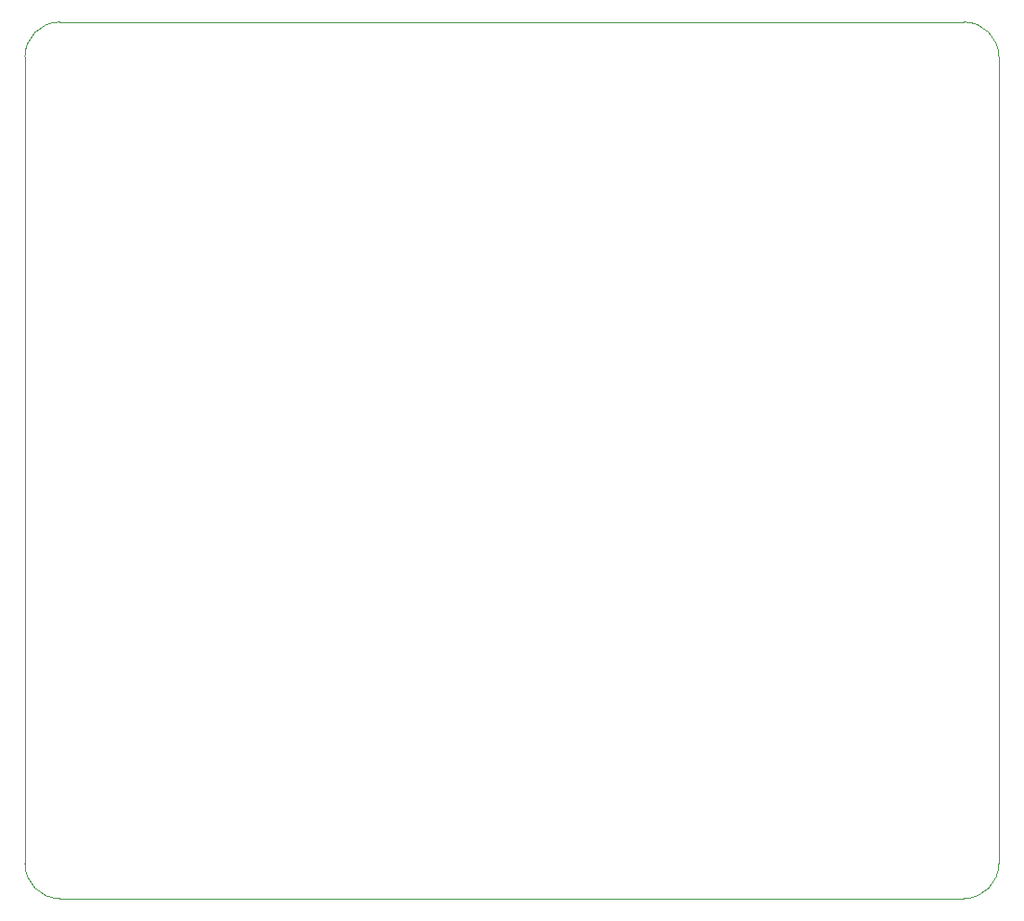
<source format=gbr>
%TF.GenerationSoftware,KiCad,Pcbnew,7.0.10*%
%TF.CreationDate,2024-03-29T16:51:17-04:00*%
%TF.ProjectId,WaveWise_PMIC,57617665-5769-4736-955f-504d49432e6b,rev?*%
%TF.SameCoordinates,Original*%
%TF.FileFunction,Profile,NP*%
%FSLAX46Y46*%
G04 Gerber Fmt 4.6, Leading zero omitted, Abs format (unit mm)*
G04 Created by KiCad (PCBNEW 7.0.10) date 2024-03-29 16:51:17*
%MOMM*%
%LPD*%
G01*
G04 APERTURE LIST*
%TA.AperFunction,Profile*%
%ADD10C,0.100000*%
%TD*%
G04 APERTURE END LIST*
D10*
X136525000Y-130809999D02*
G75*
G03*
X139699999Y-127635000I0J3174999D01*
G01*
X139699999Y-53975000D02*
G75*
G03*
X136525000Y-50800001I-3174999J0D01*
G01*
X53975000Y-50800001D02*
G75*
G03*
X50800001Y-53975000I0J-3174999D01*
G01*
X50800001Y-127635000D02*
G75*
G03*
X53975000Y-130809999I3174999J0D01*
G01*
X50800001Y-127635000D02*
X50800001Y-53975000D01*
X136525000Y-130809999D02*
X53975000Y-130809999D01*
X139699999Y-53975000D02*
X139699999Y-127635000D01*
X53975000Y-50800001D02*
X136525000Y-50800001D01*
M02*

</source>
